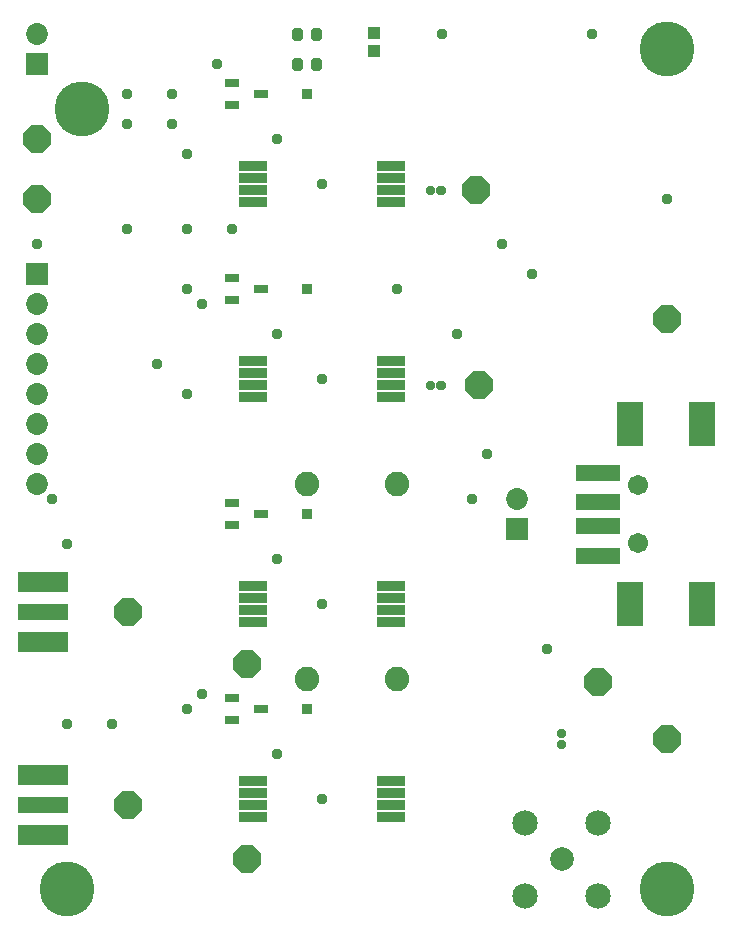
<source format=gbr>
G04 EAGLE Gerber RS-274X export*
G75*
%MOMM*%
%FSLAX34Y34*%
%LPD*%
%INSoldermask Top*%
%IPPOS*%
%AMOC8*
5,1,8,0,0,1.08239X$1,22.5*%
G01*
%ADD10R,1.203200X0.803200*%
%ADD11C,1.703200*%
%ADD12R,3.703200X1.453200*%
%ADD13R,2.203200X3.703200*%
%ADD14R,1.853200X1.853200*%
%ADD15C,1.853200*%
%ADD16R,2.403200X0.853200*%
%ADD17R,1.003200X1.003200*%
%ADD18C,0.584781*%
%ADD19C,0.501247*%
%ADD20P,2.556822X8X22.500000*%
%ADD21R,0.903200X0.903200*%
%ADD22R,4.267200X1.727200*%
%ADD23R,4.267200X1.473200*%
%ADD24C,2.003200*%
%ADD25C,2.153200*%
%ADD26C,2.082800*%
%ADD27C,4.648200*%
%ADD28C,0.959600*%

G36*
X263752Y757303D02*
X263752Y757303D01*
X263754Y757301D01*
X264051Y757324D01*
X264055Y757328D01*
X264059Y757325D01*
X264349Y757395D01*
X264352Y757400D01*
X264356Y757397D01*
X264632Y757511D01*
X264635Y757517D01*
X264639Y757515D01*
X264893Y757671D01*
X264895Y757676D01*
X264899Y757675D01*
X265126Y757868D01*
X265127Y757874D01*
X265132Y757874D01*
X265325Y758101D01*
X265325Y758107D01*
X265329Y758107D01*
X265485Y758361D01*
X265484Y758367D01*
X265489Y758368D01*
X265603Y758644D01*
X265601Y758650D01*
X265605Y758651D01*
X265675Y758941D01*
X265673Y758947D01*
X265676Y758949D01*
X265699Y759246D01*
X265697Y759249D01*
X265699Y759250D01*
X265676Y765047D01*
X265671Y765054D01*
X265675Y765059D01*
X265605Y765349D01*
X265600Y765352D01*
X265603Y765356D01*
X265489Y765632D01*
X265483Y765635D01*
X265485Y765639D01*
X265329Y765893D01*
X265324Y765895D01*
X265325Y765899D01*
X265132Y766126D01*
X265126Y766127D01*
X265126Y766132D01*
X264899Y766325D01*
X264893Y766325D01*
X264893Y766329D01*
X264639Y766485D01*
X264633Y766484D01*
X264632Y766489D01*
X264356Y766603D01*
X264350Y766601D01*
X264349Y766605D01*
X264059Y766675D01*
X264053Y766673D01*
X264051Y766676D01*
X263754Y766699D01*
X263751Y766698D01*
X263750Y766699D01*
X260150Y766699D01*
X260148Y766697D01*
X260146Y766699D01*
X259849Y766676D01*
X259845Y766672D01*
X259841Y766675D01*
X259551Y766605D01*
X259548Y766600D01*
X259544Y766603D01*
X259268Y766489D01*
X259265Y766483D01*
X259261Y766485D01*
X259007Y766329D01*
X259005Y766324D01*
X259001Y766325D01*
X258774Y766132D01*
X258773Y766126D01*
X258768Y766126D01*
X258575Y765899D01*
X258575Y765893D01*
X258571Y765893D01*
X258415Y765639D01*
X258416Y765633D01*
X258411Y765632D01*
X258297Y765356D01*
X258299Y765350D01*
X258295Y765349D01*
X258225Y765059D01*
X258228Y765053D01*
X258224Y765051D01*
X258201Y764754D01*
X258203Y764751D01*
X258201Y764750D01*
X258224Y758953D01*
X258229Y758946D01*
X258225Y758941D01*
X258295Y758651D01*
X258300Y758648D01*
X258297Y758644D01*
X258411Y758368D01*
X258417Y758365D01*
X258415Y758361D01*
X258571Y758107D01*
X258576Y758105D01*
X258575Y758101D01*
X258768Y757874D01*
X258774Y757873D01*
X258774Y757868D01*
X259001Y757675D01*
X259007Y757675D01*
X259007Y757671D01*
X259261Y757515D01*
X259267Y757516D01*
X259268Y757511D01*
X259544Y757397D01*
X259550Y757399D01*
X259551Y757395D01*
X259841Y757325D01*
X259847Y757328D01*
X259849Y757324D01*
X260146Y757301D01*
X260149Y757303D01*
X260150Y757301D01*
X263750Y757301D01*
X263752Y757303D01*
G37*
G36*
X247852Y757303D02*
X247852Y757303D01*
X247854Y757301D01*
X248151Y757324D01*
X248155Y757328D01*
X248159Y757325D01*
X248449Y757395D01*
X248452Y757400D01*
X248456Y757397D01*
X248732Y757511D01*
X248735Y757517D01*
X248739Y757515D01*
X248993Y757671D01*
X248995Y757676D01*
X248999Y757675D01*
X249226Y757868D01*
X249227Y757874D01*
X249232Y757874D01*
X249425Y758101D01*
X249425Y758107D01*
X249429Y758107D01*
X249585Y758361D01*
X249584Y758367D01*
X249589Y758368D01*
X249703Y758644D01*
X249701Y758650D01*
X249705Y758651D01*
X249775Y758941D01*
X249773Y758947D01*
X249776Y758949D01*
X249799Y759246D01*
X249797Y759249D01*
X249799Y759250D01*
X249776Y765047D01*
X249771Y765054D01*
X249775Y765059D01*
X249705Y765349D01*
X249700Y765352D01*
X249703Y765356D01*
X249589Y765632D01*
X249583Y765635D01*
X249585Y765639D01*
X249429Y765893D01*
X249424Y765895D01*
X249425Y765899D01*
X249232Y766126D01*
X249226Y766127D01*
X249226Y766132D01*
X248999Y766325D01*
X248993Y766325D01*
X248993Y766329D01*
X248739Y766485D01*
X248733Y766484D01*
X248732Y766489D01*
X248456Y766603D01*
X248450Y766601D01*
X248449Y766605D01*
X248159Y766675D01*
X248153Y766673D01*
X248151Y766676D01*
X247854Y766699D01*
X247851Y766698D01*
X247850Y766699D01*
X244250Y766699D01*
X244248Y766697D01*
X244246Y766699D01*
X243949Y766676D01*
X243945Y766672D01*
X243941Y766675D01*
X243651Y766605D01*
X243648Y766600D01*
X243644Y766603D01*
X243368Y766489D01*
X243365Y766483D01*
X243361Y766485D01*
X243107Y766329D01*
X243105Y766324D01*
X243101Y766325D01*
X242874Y766132D01*
X242873Y766126D01*
X242868Y766126D01*
X242675Y765899D01*
X242675Y765893D01*
X242671Y765893D01*
X242515Y765639D01*
X242516Y765633D01*
X242511Y765632D01*
X242397Y765356D01*
X242399Y765350D01*
X242395Y765349D01*
X242325Y765059D01*
X242328Y765053D01*
X242324Y765051D01*
X242301Y764754D01*
X242303Y764751D01*
X242301Y764750D01*
X242324Y758953D01*
X242329Y758946D01*
X242325Y758941D01*
X242395Y758651D01*
X242400Y758648D01*
X242397Y758644D01*
X242511Y758368D01*
X242517Y758365D01*
X242515Y758361D01*
X242671Y758107D01*
X242676Y758105D01*
X242675Y758101D01*
X242868Y757874D01*
X242874Y757873D01*
X242874Y757868D01*
X243101Y757675D01*
X243107Y757675D01*
X243107Y757671D01*
X243361Y757515D01*
X243367Y757516D01*
X243368Y757511D01*
X243644Y757397D01*
X243650Y757399D01*
X243651Y757395D01*
X243941Y757325D01*
X243947Y757328D01*
X243949Y757324D01*
X244246Y757301D01*
X244249Y757303D01*
X244250Y757301D01*
X247850Y757301D01*
X247852Y757303D01*
G37*
G36*
X263752Y731903D02*
X263752Y731903D01*
X263754Y731901D01*
X264051Y731924D01*
X264055Y731928D01*
X264059Y731925D01*
X264349Y731995D01*
X264352Y732000D01*
X264356Y731997D01*
X264632Y732111D01*
X264635Y732117D01*
X264639Y732115D01*
X264893Y732271D01*
X264895Y732276D01*
X264899Y732275D01*
X265126Y732468D01*
X265127Y732474D01*
X265132Y732474D01*
X265325Y732701D01*
X265325Y732707D01*
X265329Y732707D01*
X265485Y732961D01*
X265484Y732967D01*
X265489Y732968D01*
X265603Y733244D01*
X265601Y733250D01*
X265605Y733251D01*
X265675Y733541D01*
X265673Y733547D01*
X265676Y733549D01*
X265699Y733846D01*
X265697Y733849D01*
X265699Y733850D01*
X265676Y739647D01*
X265671Y739654D01*
X265675Y739659D01*
X265605Y739949D01*
X265600Y739952D01*
X265603Y739956D01*
X265489Y740232D01*
X265483Y740235D01*
X265485Y740239D01*
X265329Y740493D01*
X265324Y740495D01*
X265325Y740499D01*
X265132Y740726D01*
X265126Y740727D01*
X265126Y740732D01*
X264899Y740925D01*
X264893Y740925D01*
X264893Y740929D01*
X264639Y741085D01*
X264633Y741084D01*
X264632Y741089D01*
X264356Y741203D01*
X264350Y741201D01*
X264349Y741205D01*
X264059Y741275D01*
X264053Y741273D01*
X264051Y741276D01*
X263754Y741299D01*
X263751Y741298D01*
X263750Y741299D01*
X260150Y741299D01*
X260148Y741297D01*
X260146Y741299D01*
X259849Y741276D01*
X259845Y741272D01*
X259841Y741275D01*
X259551Y741205D01*
X259548Y741200D01*
X259544Y741203D01*
X259268Y741089D01*
X259265Y741083D01*
X259261Y741085D01*
X259007Y740929D01*
X259005Y740924D01*
X259001Y740925D01*
X258774Y740732D01*
X258773Y740726D01*
X258768Y740726D01*
X258575Y740499D01*
X258575Y740493D01*
X258571Y740493D01*
X258415Y740239D01*
X258416Y740233D01*
X258411Y740232D01*
X258297Y739956D01*
X258299Y739950D01*
X258295Y739949D01*
X258225Y739659D01*
X258228Y739653D01*
X258224Y739651D01*
X258201Y739354D01*
X258203Y739351D01*
X258201Y739350D01*
X258224Y733553D01*
X258229Y733546D01*
X258225Y733541D01*
X258295Y733251D01*
X258300Y733248D01*
X258297Y733244D01*
X258411Y732968D01*
X258417Y732965D01*
X258415Y732961D01*
X258571Y732707D01*
X258576Y732705D01*
X258575Y732701D01*
X258768Y732474D01*
X258774Y732473D01*
X258774Y732468D01*
X259001Y732275D01*
X259007Y732275D01*
X259007Y732271D01*
X259261Y732115D01*
X259267Y732116D01*
X259268Y732111D01*
X259544Y731997D01*
X259550Y731999D01*
X259551Y731995D01*
X259841Y731925D01*
X259847Y731928D01*
X259849Y731924D01*
X260146Y731901D01*
X260149Y731903D01*
X260150Y731901D01*
X263750Y731901D01*
X263752Y731903D01*
G37*
G36*
X247852Y731903D02*
X247852Y731903D01*
X247854Y731901D01*
X248151Y731924D01*
X248155Y731928D01*
X248159Y731925D01*
X248449Y731995D01*
X248452Y732000D01*
X248456Y731997D01*
X248732Y732111D01*
X248735Y732117D01*
X248739Y732115D01*
X248993Y732271D01*
X248995Y732276D01*
X248999Y732275D01*
X249226Y732468D01*
X249227Y732474D01*
X249232Y732474D01*
X249425Y732701D01*
X249425Y732707D01*
X249429Y732707D01*
X249585Y732961D01*
X249584Y732967D01*
X249589Y732968D01*
X249703Y733244D01*
X249701Y733250D01*
X249705Y733251D01*
X249775Y733541D01*
X249773Y733547D01*
X249776Y733549D01*
X249799Y733846D01*
X249797Y733849D01*
X249799Y733850D01*
X249776Y739647D01*
X249771Y739654D01*
X249775Y739659D01*
X249705Y739949D01*
X249700Y739952D01*
X249703Y739956D01*
X249589Y740232D01*
X249583Y740235D01*
X249585Y740239D01*
X249429Y740493D01*
X249424Y740495D01*
X249425Y740499D01*
X249232Y740726D01*
X249226Y740727D01*
X249226Y740732D01*
X248999Y740925D01*
X248993Y740925D01*
X248993Y740929D01*
X248739Y741085D01*
X248733Y741084D01*
X248732Y741089D01*
X248456Y741203D01*
X248450Y741201D01*
X248449Y741205D01*
X248159Y741275D01*
X248153Y741273D01*
X248151Y741276D01*
X247854Y741299D01*
X247851Y741298D01*
X247850Y741299D01*
X244250Y741299D01*
X244248Y741297D01*
X244246Y741299D01*
X243949Y741276D01*
X243945Y741272D01*
X243941Y741275D01*
X243651Y741205D01*
X243648Y741200D01*
X243644Y741203D01*
X243368Y741089D01*
X243365Y741083D01*
X243361Y741085D01*
X243107Y740929D01*
X243105Y740924D01*
X243101Y740925D01*
X242874Y740732D01*
X242873Y740726D01*
X242868Y740726D01*
X242675Y740499D01*
X242675Y740493D01*
X242671Y740493D01*
X242515Y740239D01*
X242516Y740233D01*
X242511Y740232D01*
X242397Y739956D01*
X242399Y739950D01*
X242395Y739949D01*
X242325Y739659D01*
X242328Y739653D01*
X242324Y739651D01*
X242301Y739354D01*
X242303Y739351D01*
X242301Y739350D01*
X242324Y733553D01*
X242329Y733546D01*
X242325Y733541D01*
X242395Y733251D01*
X242400Y733248D01*
X242397Y733244D01*
X242511Y732968D01*
X242517Y732965D01*
X242515Y732961D01*
X242671Y732707D01*
X242676Y732705D01*
X242675Y732701D01*
X242868Y732474D01*
X242874Y732473D01*
X242874Y732468D01*
X243101Y732275D01*
X243107Y732275D01*
X243107Y732271D01*
X243361Y732115D01*
X243367Y732116D01*
X243368Y732111D01*
X243644Y731997D01*
X243650Y731999D01*
X243651Y731995D01*
X243941Y731925D01*
X243947Y731928D01*
X243949Y731924D01*
X244246Y731901D01*
X244249Y731903D01*
X244250Y731901D01*
X247850Y731901D01*
X247852Y731903D01*
G37*
D10*
X191200Y720750D03*
X191200Y701650D03*
X215200Y711200D03*
X191200Y365150D03*
X191200Y346050D03*
X215200Y355600D03*
X191200Y200050D03*
X191200Y180950D03*
X215200Y190500D03*
X191200Y555650D03*
X191200Y536550D03*
X215200Y546100D03*
D11*
X534880Y331100D03*
X534880Y380100D03*
D12*
X501080Y320600D03*
D13*
X527880Y279350D03*
X527880Y431850D03*
X588880Y431850D03*
X588880Y279350D03*
D12*
X501080Y345600D03*
X501080Y365600D03*
X501080Y390600D03*
D14*
X25400Y558800D03*
D15*
X25400Y533400D03*
X25400Y508000D03*
X25400Y482600D03*
X25400Y457200D03*
X25400Y431800D03*
X25400Y406400D03*
X25400Y381000D03*
D14*
X25400Y736600D03*
D15*
X25400Y762000D03*
D14*
X431800Y342900D03*
D15*
X431800Y368300D03*
D16*
X208200Y650300D03*
X208200Y640100D03*
X208200Y629900D03*
X208200Y619700D03*
X325200Y619700D03*
X325200Y629900D03*
X325200Y640100D03*
X325200Y650300D03*
X208200Y294700D03*
X208200Y284500D03*
X208200Y274300D03*
X208200Y264100D03*
X325200Y264100D03*
X325200Y274300D03*
X325200Y284500D03*
X325200Y294700D03*
X208200Y129600D03*
X208200Y119400D03*
X208200Y109200D03*
X208200Y99000D03*
X325200Y99000D03*
X325200Y109200D03*
X325200Y119400D03*
X325200Y129600D03*
X208200Y485200D03*
X208200Y475000D03*
X208200Y464800D03*
X208200Y454600D03*
X325200Y454600D03*
X325200Y464800D03*
X325200Y475000D03*
X325200Y485200D03*
D17*
X311150Y763150D03*
X311150Y748150D03*
D18*
X247842Y764742D02*
X244258Y764742D01*
X247842Y764742D02*
X247842Y759258D01*
X244258Y759258D01*
X244258Y764742D01*
X260158Y759258D02*
X263742Y759258D01*
X260158Y759258D02*
X260158Y764742D01*
X263742Y764742D01*
X263742Y759258D01*
X247842Y739342D02*
X244258Y739342D01*
X247842Y739342D02*
X247842Y733858D01*
X244258Y733858D01*
X244258Y739342D01*
X260158Y733858D02*
X263742Y733858D01*
X260158Y733858D02*
X260158Y739342D01*
X263742Y739342D01*
X263742Y733858D01*
D19*
X471310Y171110D02*
X471310Y168290D01*
X468490Y168290D01*
X468490Y171110D01*
X471310Y171110D01*
X468490Y161910D02*
X468490Y159090D01*
X468490Y161910D02*
X471310Y161910D01*
X471310Y159090D01*
X468490Y159090D01*
X360030Y631330D02*
X357210Y631330D01*
X360030Y631330D02*
X360030Y628510D01*
X357210Y628510D01*
X357210Y631330D01*
X366410Y628510D02*
X369230Y628510D01*
X366410Y628510D02*
X366410Y631330D01*
X369230Y631330D01*
X369230Y628510D01*
X360030Y466230D02*
X357210Y466230D01*
X360030Y466230D02*
X360030Y463410D01*
X357210Y463410D01*
X357210Y466230D01*
X366410Y463410D02*
X369230Y463410D01*
X366410Y463410D02*
X366410Y466230D01*
X369230Y466230D01*
X369230Y463410D01*
D20*
X397510Y629920D03*
X400050Y464820D03*
X500380Y213360D03*
X102870Y109220D03*
X102870Y273050D03*
D21*
X254000Y355600D03*
X254000Y190500D03*
X254000Y711200D03*
X254000Y546100D03*
D22*
X30480Y134620D03*
X30480Y83820D03*
D23*
X30480Y109220D03*
D22*
X30480Y298450D03*
X30480Y247650D03*
D23*
X30480Y273050D03*
D24*
X469900Y63500D03*
D25*
X500888Y94488D03*
X438912Y94488D03*
X438912Y32512D03*
X500888Y32512D03*
D20*
X25400Y673100D03*
X25400Y622300D03*
D26*
X330200Y381000D03*
X254000Y381000D03*
X330200Y215900D03*
X254000Y215900D03*
D20*
X203200Y63500D03*
X203200Y228600D03*
X558800Y165100D03*
X558800Y520700D03*
D27*
X50800Y38100D03*
X558800Y38100D03*
X558800Y749300D03*
X63500Y698500D03*
D28*
X406400Y406400D03*
X393700Y368300D03*
X88900Y177800D03*
X50800Y330200D03*
X50800Y177800D03*
X457200Y241300D03*
X444500Y558800D03*
X419100Y584200D03*
X330200Y546100D03*
X381000Y508000D03*
X266700Y114300D03*
X266700Y469900D03*
X266700Y279400D03*
X266700Y635000D03*
X190500Y596900D03*
X368300Y762000D03*
X495300Y762000D03*
X558800Y622300D03*
X228600Y152400D03*
X228600Y317500D03*
X228600Y508000D03*
X228600Y673100D03*
X177800Y736600D03*
X152400Y190500D03*
X165100Y533400D03*
X101600Y685800D03*
X101600Y711200D03*
X101600Y596900D03*
X25400Y584200D03*
X152400Y457200D03*
X127000Y482600D03*
X38100Y368300D03*
X152400Y596900D03*
X152400Y660400D03*
X139700Y685800D03*
X165100Y203200D03*
X139700Y711200D03*
X152400Y546100D03*
M02*

</source>
